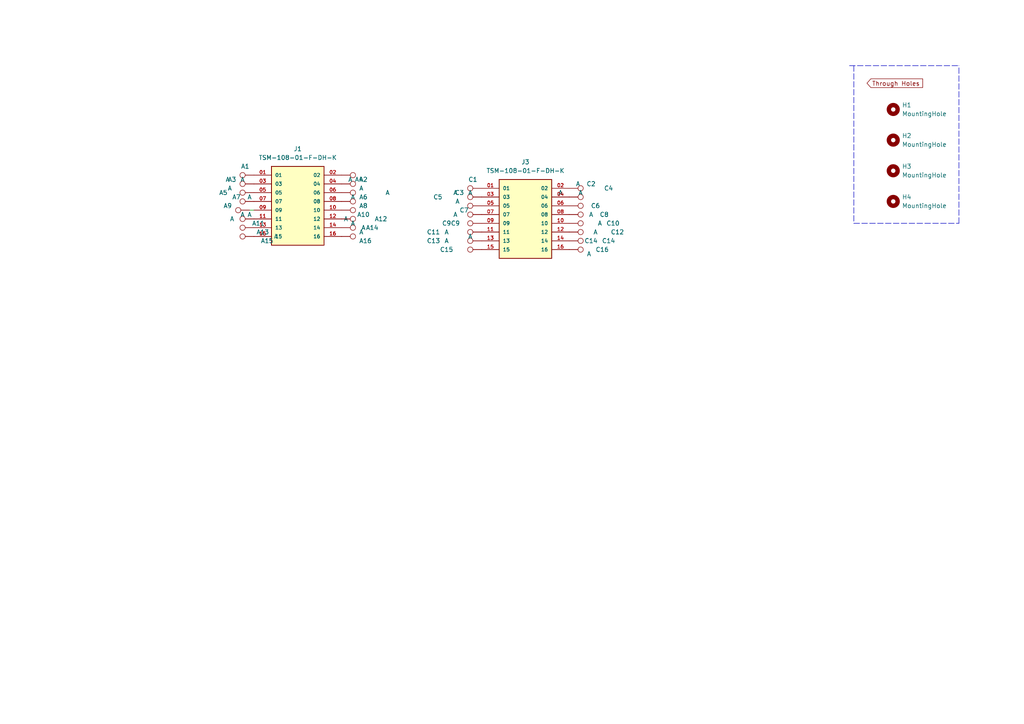
<source format=kicad_sch>
(kicad_sch (version 20211123) (generator eeschema)

  (uuid 1efd9018-8ff5-4ac6-8bfc-bb974f1502ce)

  (paper "A4")

  (title_block
    (title "Test of pads")
    (rev "0.1")
    (company "MIT")
  )

  (lib_symbols
    (symbol "Connector:TestPoint" (pin_numbers hide) (pin_names (offset 0.762) hide) (in_bom yes) (on_board yes)
      (property "Reference" "TP" (id 0) (at 0 6.858 0)
        (effects (font (size 1.27 1.27)))
      )
      (property "Value" "TestPoint" (id 1) (at 0 5.08 0)
        (effects (font (size 1.27 1.27)))
      )
      (property "Footprint" "" (id 2) (at 5.08 0 0)
        (effects (font (size 1.27 1.27)) hide)
      )
      (property "Datasheet" "~" (id 3) (at 5.08 0 0)
        (effects (font (size 1.27 1.27)) hide)
      )
      (property "ki_keywords" "test point tp" (id 4) (at 0 0 0)
        (effects (font (size 1.27 1.27)) hide)
      )
      (property "ki_description" "test point" (id 5) (at 0 0 0)
        (effects (font (size 1.27 1.27)) hide)
      )
      (property "ki_fp_filters" "Pin* Test*" (id 6) (at 0 0 0)
        (effects (font (size 1.27 1.27)) hide)
      )
      (symbol "TestPoint_0_1"
        (circle (center 0 3.302) (radius 0.762)
          (stroke (width 0) (type default) (color 0 0 0 0))
          (fill (type none))
        )
      )
      (symbol "TestPoint_1_1"
        (pin passive line (at 0 0 90) (length 2.54)
          (name "1" (effects (font (size 1.27 1.27))))
          (number "1" (effects (font (size 1.27 1.27))))
        )
      )
    )
    (symbol "CustomPMATSymbols:TSM-108-01-F-DH-K" (pin_names (offset 1.016)) (in_bom yes) (on_board yes)
      (property "Reference" "J" (id 0) (at -8.12 12.7 0)
        (effects (font (size 1.27 1.27)) (justify left bottom))
      )
      (property "Value" "TSM-108-01-F-DH-K" (id 1) (at -7.62 -12.7 0)
        (effects (font (size 1.27 1.27)) (justify left bottom))
      )
      (property "Footprint" "SAMTEC_TSM-108-01-F-DH-K" (id 2) (at 0 0 0)
        (effects (font (size 1.27 1.27)) (justify bottom) hide)
      )
      (property "Datasheet" "" (id 3) (at 0 0 0)
        (effects (font (size 1.27 1.27)) hide)
      )
      (property "PARTREV" "R" (id 4) (at 0 0 0)
        (effects (font (size 1.27 1.27)) (justify bottom) hide)
      )
      (property "MANUFACTURER" "Samtec" (id 5) (at 0 0 0)
        (effects (font (size 1.27 1.27)) (justify bottom) hide)
      )
      (property "STANDARD" "Manufacturer Recommendations" (id 6) (at 0 0 0)
        (effects (font (size 1.27 1.27)) (justify bottom) hide)
      )
      (symbol "TSM-108-01-F-DH-K_0_0"
        (rectangle (start -7.62 -10.16) (end 7.62 12.7)
          (stroke (width 0.254) (type default) (color 0 0 0 0))
          (fill (type background))
        )
        (pin passive line (at -12.7 10.16 0) (length 5.08)
          (name "01" (effects (font (size 1.016 1.016))))
          (number "01" (effects (font (size 1.016 1.016))))
        )
        (pin passive line (at 12.7 10.16 180) (length 5.08)
          (name "02" (effects (font (size 1.016 1.016))))
          (number "02" (effects (font (size 1.016 1.016))))
        )
        (pin passive line (at -12.7 7.62 0) (length 5.08)
          (name "03" (effects (font (size 1.016 1.016))))
          (number "03" (effects (font (size 1.016 1.016))))
        )
        (pin passive line (at 12.7 7.62 180) (length 5.08)
          (name "04" (effects (font (size 1.016 1.016))))
          (number "04" (effects (font (size 1.016 1.016))))
        )
        (pin passive line (at -12.7 5.08 0) (length 5.08)
          (name "05" (effects (font (size 1.016 1.016))))
          (number "05" (effects (font (size 1.016 1.016))))
        )
        (pin passive line (at 12.7 5.08 180) (length 5.08)
          (name "06" (effects (font (size 1.016 1.016))))
          (number "06" (effects (font (size 1.016 1.016))))
        )
        (pin passive line (at -12.7 2.54 0) (length 5.08)
          (name "07" (effects (font (size 1.016 1.016))))
          (number "07" (effects (font (size 1.016 1.016))))
        )
        (pin passive line (at 12.7 2.54 180) (length 5.08)
          (name "08" (effects (font (size 1.016 1.016))))
          (number "08" (effects (font (size 1.016 1.016))))
        )
        (pin passive line (at -12.7 0 0) (length 5.08)
          (name "09" (effects (font (size 1.016 1.016))))
          (number "09" (effects (font (size 1.016 1.016))))
        )
        (pin passive line (at 12.7 0 180) (length 5.08)
          (name "10" (effects (font (size 1.016 1.016))))
          (number "10" (effects (font (size 1.016 1.016))))
        )
        (pin passive line (at -12.7 -2.54 0) (length 5.08)
          (name "11" (effects (font (size 1.016 1.016))))
          (number "11" (effects (font (size 1.016 1.016))))
        )
        (pin passive line (at 12.7 -2.54 180) (length 5.08)
          (name "12" (effects (font (size 1.016 1.016))))
          (number "12" (effects (font (size 1.016 1.016))))
        )
        (pin passive line (at -12.7 -5.08 0) (length 5.08)
          (name "13" (effects (font (size 1.016 1.016))))
          (number "13" (effects (font (size 1.016 1.016))))
        )
        (pin passive line (at 12.7 -5.08 180) (length 5.08)
          (name "14" (effects (font (size 1.016 1.016))))
          (number "14" (effects (font (size 1.016 1.016))))
        )
        (pin passive line (at -12.7 -7.62 0) (length 5.08)
          (name "15" (effects (font (size 1.016 1.016))))
          (number "15" (effects (font (size 1.016 1.016))))
        )
        (pin passive line (at 12.7 -7.62 180) (length 5.08)
          (name "16" (effects (font (size 1.016 1.016))))
          (number "16" (effects (font (size 1.016 1.016))))
        )
      )
    )
    (symbol "Mechanical:MountingHole" (pin_names (offset 1.016)) (in_bom yes) (on_board yes)
      (property "Reference" "H" (id 0) (at 0 5.08 0)
        (effects (font (size 1.27 1.27)))
      )
      (property "Value" "MountingHole" (id 1) (at 0 3.175 0)
        (effects (font (size 1.27 1.27)))
      )
      (property "Footprint" "" (id 2) (at 0 0 0)
        (effects (font (size 1.27 1.27)) hide)
      )
      (property "Datasheet" "~" (id 3) (at 0 0 0)
        (effects (font (size 1.27 1.27)) hide)
      )
      (property "ki_keywords" "mounting hole" (id 4) (at 0 0 0)
        (effects (font (size 1.27 1.27)) hide)
      )
      (property "ki_description" "Mounting Hole without connection" (id 5) (at 0 0 0)
        (effects (font (size 1.27 1.27)) hide)
      )
      (property "ki_fp_filters" "MountingHole*" (id 6) (at 0 0 0)
        (effects (font (size 1.27 1.27)) hide)
      )
      (symbol "MountingHole_0_1"
        (circle (center 0 0) (radius 1.27)
          (stroke (width 1.27) (type default) (color 0 0 0 0))
          (fill (type none))
        )
      )
    )
  )


  (polyline (pts (xy 247.65 64.77) (xy 278.13 64.77))
    (stroke (width 0) (type default) (color 0 0 0 0))
    (uuid 08344269-8386-4fba-8dc8-ea9a55475112)
  )
  (polyline (pts (xy 246.38 19.05) (xy 278.13 19.05))
    (stroke (width 0) (type default) (color 0 0 0 0))
    (uuid 4ddc6220-0413-4282-94b5-4cd0b22e4c03)
  )
  (polyline (pts (xy 278.13 64.77) (xy 278.13 19.05))
    (stroke (width 0) (type default) (color 0 0 0 0))
    (uuid 66b2d423-53f8-4bb7-9c91-7d94efce83fc)
  )

  (wire (pts (xy 72.39 60.96) (xy 73.66 60.96))
    (stroke (width 0) (type default) (color 0 0 0 0))
    (uuid b5d94cde-554e-42cd-a7a2-46f54a198604)
  )
  (polyline (pts (xy 247.65 19.05) (xy 247.65 64.77))
    (stroke (width 0) (type default) (color 0 0 0 0))
    (uuid bf0d8285-a2ad-46bf-9f26-17b6ce5073ae)
  )

  (global_label "Through Holes" (shape input) (at 251.46 24.13 0) (fields_autoplaced)
    (effects (font (size 1.27 1.27)) (justify left))
    (uuid 4bb64175-7f21-459d-81c1-29f5814b8640)
    (property "Intersheet References" "${INTERSHEET_REFS}" (id 0) (at 267.6012 24.0506 0)
      (effects (font (size 1.27 1.27)) (justify left) hide)
    )
  )

  (symbol (lib_id "CustomPMATSymbols:TSM-108-01-F-DH-K") (at 152.4 64.77 0) (unit 1)
    (in_bom yes) (on_board yes) (fields_autoplaced)
    (uuid 06e7b1ea-c953-42d4-a8ee-60133991ceb9)
    (property "Reference" "J3" (id 0) (at 152.4 46.99 0))
    (property "Value" "TSM-108-01-F-DH-K" (id 1) (at 152.4 49.53 0))
    (property "Footprint" "SAMTEC_TSM-108-01-F-DH-K" (id 2) (at 152.4 64.77 0)
      (effects (font (size 1.27 1.27)) (justify bottom) hide)
    )
    (property "Datasheet" "" (id 3) (at 152.4 64.77 0)
      (effects (font (size 1.27 1.27)) hide)
    )
    (property "PARTREV" "R" (id 4) (at 152.4 64.77 0)
      (effects (font (size 1.27 1.27)) (justify bottom) hide)
    )
    (property "MANUFACTURER" "Samtec" (id 5) (at 152.4 64.77 0)
      (effects (font (size 1.27 1.27)) (justify bottom) hide)
    )
    (property "STANDARD" "Manufacturer Recommendations" (id 6) (at 152.4 64.77 0)
      (effects (font (size 1.27 1.27)) (justify bottom) hide)
    )
    (pin "01" (uuid b934412d-e02c-4879-9923-237eb0d32198))
    (pin "02" (uuid efbf9e21-ac56-4606-bd53-752765e2fee5))
    (pin "03" (uuid beb01b68-dd6f-440d-86e4-b41964d2c4b8))
    (pin "04" (uuid c2322d78-65d1-4e5b-9934-1efb14cf9fe1))
    (pin "05" (uuid 4a21554f-2326-47c0-993d-b498468b4d2d))
    (pin "06" (uuid 70b8aef7-9cbb-4d93-b40a-05b8c0fa6e22))
    (pin "07" (uuid acee6b5b-982a-4342-80a1-a04a4827590d))
    (pin "08" (uuid 6cab9f74-331e-4872-8f77-42caf07e4b12))
    (pin "09" (uuid 3b53a423-c9c2-4423-8a20-09e36e90f27b))
    (pin "10" (uuid 83db5fc6-af25-44bb-b8f5-0981345cebfa))
    (pin "11" (uuid d356726c-759c-45d6-aba8-a75d2c50ef39))
    (pin "12" (uuid 5ba419e0-e653-4b87-85d0-6aa8ca928bef))
    (pin "13" (uuid 9c920ced-4956-42fd-ab61-651f5673098f))
    (pin "14" (uuid b6bf68a1-4570-4f31-94f7-c2ae567538d7))
    (pin "15" (uuid 7d43bcfd-6fff-4712-ac45-5785b6282426))
    (pin "16" (uuid 7b271f62-4724-4d4b-a8f4-ed5ed657ae2d))
  )

  (symbol (lib_id "Connector:TestPoint") (at 73.66 53.34 90) (unit 1)
    (in_bom yes) (on_board yes)
    (uuid 0df6a522-d652-4f45-bb50-974926bd5785)
    (property "Reference" "A3" (id 0) (at 68.58 52.0699 90)
      (effects (font (size 1.27 1.27)) (justify left))
    )
    (property "Value" "A" (id 1) (at 67.31 54.61 90)
      (effects (font (size 1.27 1.27)) (justify left))
    )
    (property "Footprint" "CustomPMATLibrary:SolderWirePad_1x01_SMD_1x2mm" (id 2) (at 73.66 48.26 0)
      (effects (font (size 1.27 1.27)) hide)
    )
    (property "Datasheet" "~" (id 3) (at 73.66 48.26 0)
      (effects (font (size 1.27 1.27)) hide)
    )
    (pin "1" (uuid a7145d1c-fd8b-44ad-84e9-662e46ccf53a))
  )

  (symbol (lib_id "Connector:TestPoint") (at 73.66 68.58 90) (unit 1)
    (in_bom yes) (on_board yes)
    (uuid 0e939c2e-01cf-4d98-8f10-f04a816f8795)
    (property "Reference" "A15" (id 0) (at 77.47 69.85 90))
    (property "Value" "A" (id 1) (at 80.01 68.58 90))
    (property "Footprint" "CustomPMATLibrary:SolderWirePad_1x01_SMD_1x2mm" (id 2) (at 73.66 63.5 0)
      (effects (font (size 1.27 1.27)) hide)
    )
    (property "Datasheet" "~" (id 3) (at 73.66 63.5 0)
      (effects (font (size 1.27 1.27)) hide)
    )
    (pin "1" (uuid 131da9fb-0270-4078-ba1f-1436778c8fec))
  )

  (symbol (lib_id "Mechanical:MountingHole") (at 259.08 58.42 0) (unit 1)
    (in_bom yes) (on_board yes) (fields_autoplaced)
    (uuid 1adea700-c60a-44f5-b594-4f0e3da2d913)
    (property "Reference" "H4" (id 0) (at 261.62 57.1499 0)
      (effects (font (size 1.27 1.27)) (justify left))
    )
    (property "Value" "MountingHole" (id 1) (at 261.62 59.6899 0)
      (effects (font (size 1.27 1.27)) (justify left))
    )
    (property "Footprint" "MountingHole:MountingHole_2.2mm_M2" (id 2) (at 259.08 58.42 0)
      (effects (font (size 1.27 1.27)) hide)
    )
    (property "Datasheet" "~" (id 3) (at 259.08 58.42 0)
      (effects (font (size 1.27 1.27)) hide)
    )
  )

  (symbol (lib_id "Connector:TestPoint") (at 139.7 72.39 90) (unit 1)
    (in_bom yes) (on_board yes)
    (uuid 1c7f8e55-25c3-4b02-9b8a-e7e2948ec99c)
    (property "Reference" "C15" (id 0) (at 129.54 72.39 90))
    (property "Value" "A" (id 1) (at 136.398 68.58 90))
    (property "Footprint" "CustomPMATLibrary:SolderWirePad_1x01_SMD_1x2mm" (id 2) (at 139.7 67.31 0)
      (effects (font (size 1.27 1.27)) hide)
    )
    (property "Datasheet" "~" (id 3) (at 139.7 67.31 0)
      (effects (font (size 1.27 1.27)) hide)
    )
    (pin "1" (uuid 877d2ab2-fe44-44a2-acdd-4fe79e0945a8))
  )

  (symbol (lib_id "Connector:TestPoint") (at 72.39 60.96 90) (unit 1)
    (in_bom yes) (on_board yes)
    (uuid 2390201b-f293-427a-8097-0dbada59874b)
    (property "Reference" "A9" (id 0) (at 66.04 59.69 90))
    (property "Value" "A" (id 1) (at 67.31 63.5 90))
    (property "Footprint" "CustomPMATLibrary:SolderWirePad_1x01_SMD_1x2mm" (id 2) (at 72.39 55.88 0)
      (effects (font (size 1.27 1.27)) hide)
    )
    (property "Datasheet" "~" (id 3) (at 72.39 55.88 0)
      (effects (font (size 1.27 1.27)) hide)
    )
    (pin "1" (uuid 7f18b9cf-174a-4b5c-a5f5-1c1c1ffa6bce))
  )

  (symbol (lib_id "Connector:TestPoint") (at 165.1 67.31 270) (mirror x) (unit 1)
    (in_bom yes) (on_board yes)
    (uuid 256c2a42-4dcd-4493-87ed-d4d1d60850b4)
    (property "Reference" "C12" (id 0) (at 179.07 67.31 90))
    (property "Value" "A" (id 1) (at 172.72 67.31 90))
    (property "Footprint" "CustomPMATLibrary:SolderWirePad_1x01_SMD_1x2mm" (id 2) (at 165.1 62.23 0)
      (effects (font (size 1.27 1.27)) hide)
    )
    (property "Datasheet" "~" (id 3) (at 165.1 62.23 0)
      (effects (font (size 1.27 1.27)) hide)
    )
    (pin "1" (uuid 1e34457d-af33-4204-b389-9a25215c3eff))
  )

  (symbol (lib_id "Connector:TestPoint") (at 73.66 66.04 90) (unit 1)
    (in_bom yes) (on_board yes)
    (uuid 2e6603ba-afb7-48cb-8c94-8c1a3a29a63a)
    (property "Reference" "A13" (id 0) (at 76.2 67.31 90))
    (property "Value" "A" (id 1) (at 70.358 62.23 90))
    (property "Footprint" "CustomPMATLibrary:SolderWirePad_1x01_SMD_1x2mm" (id 2) (at 73.66 60.96 0)
      (effects (font (size 1.27 1.27)) hide)
    )
    (property "Datasheet" "~" (id 3) (at 73.66 60.96 0)
      (effects (font (size 1.27 1.27)) hide)
    )
    (pin "1" (uuid b2559116-aa9f-4ebc-a107-6d504a284d0e))
  )

  (symbol (lib_id "Connector:TestPoint") (at 73.66 58.42 90) (unit 1)
    (in_bom yes) (on_board yes)
    (uuid 364a2e40-6c1c-4117-a031-45131e0a199e)
    (property "Reference" "A7" (id 0) (at 68.58 57.15 90))
    (property "Value" "A" (id 1) (at 72.39 57.15 90))
    (property "Footprint" "CustomPMATLibrary:SolderWirePad_1x01_SMD_1x2mm" (id 2) (at 73.66 53.34 0)
      (effects (font (size 1.27 1.27)) hide)
    )
    (property "Datasheet" "~" (id 3) (at 73.66 53.34 0)
      (effects (font (size 1.27 1.27)) hide)
    )
    (pin "1" (uuid 4588a480-8f7e-4c9d-aeb2-010f19aa58c8))
  )

  (symbol (lib_id "Mechanical:MountingHole") (at 259.08 31.75 0) (unit 1)
    (in_bom yes) (on_board yes) (fields_autoplaced)
    (uuid 55696dfd-83c9-441a-b2df-90c81bc4625f)
    (property "Reference" "H1" (id 0) (at 261.62 30.4799 0)
      (effects (font (size 1.27 1.27)) (justify left))
    )
    (property "Value" "MountingHole" (id 1) (at 261.62 33.0199 0)
      (effects (font (size 1.27 1.27)) (justify left))
    )
    (property "Footprint" "MountingHole:MountingHole_2.2mm_M2" (id 2) (at 259.08 31.75 0)
      (effects (font (size 1.27 1.27)) hide)
    )
    (property "Datasheet" "~" (id 3) (at 259.08 31.75 0)
      (effects (font (size 1.27 1.27)) hide)
    )
  )

  (symbol (lib_id "Connector:TestPoint") (at 73.66 55.88 90) (unit 1)
    (in_bom yes) (on_board yes)
    (uuid 5a84461f-a985-445f-be6a-469ef9000645)
    (property "Reference" "A5" (id 0) (at 64.77 55.88 90))
    (property "Value" "A" (id 1) (at 70.358 52.07 90))
    (property "Footprint" "CustomPMATLibrary:SolderWirePad_1x01_SMD_1x2mm" (id 2) (at 73.66 50.8 0)
      (effects (font (size 1.27 1.27)) hide)
    )
    (property "Datasheet" "~" (id 3) (at 73.66 50.8 0)
      (effects (font (size 1.27 1.27)) hide)
    )
    (pin "1" (uuid d4ee30d0-ca5f-431d-b667-318113bae02c))
  )

  (symbol (lib_id "Connector:TestPoint") (at 139.7 54.61 90) (unit 1)
    (in_bom yes) (on_board yes)
    (uuid 62dec468-e22e-48a6-8c7c-7b198010ba6c)
    (property "Reference" "C1" (id 0) (at 137.16 52.07 90))
    (property "Value" "A" (id 1) (at 132.08 55.88 90))
    (property "Footprint" "CustomPMATLibrary:SolderWirePad_1x01_SMD_1x2mm" (id 2) (at 139.7 49.53 0)
      (effects (font (size 1.27 1.27)) hide)
    )
    (property "Datasheet" "~" (id 3) (at 139.7 49.53 0)
      (effects (font (size 1.27 1.27)) hide)
    )
    (pin "1" (uuid dfbd63f1-8d82-4445-a205-9dc055869495))
  )

  (symbol (lib_id "Connector:TestPoint") (at 165.1 62.23 270) (mirror x) (unit 1)
    (in_bom yes) (on_board yes)
    (uuid 63fdecd6-aea4-434a-96bb-e6bb5f03a5a0)
    (property "Reference" "C8" (id 0) (at 175.26 62.23 90))
    (property "Value" "A" (id 1) (at 171.45 62.23 90))
    (property "Footprint" "CustomPMATLibrary:SolderWirePad_1x01_SMD_1x2mm" (id 2) (at 165.1 57.15 0)
      (effects (font (size 1.27 1.27)) hide)
    )
    (property "Datasheet" "~" (id 3) (at 165.1 57.15 0)
      (effects (font (size 1.27 1.27)) hide)
    )
    (pin "1" (uuid 9291de0a-6b90-4280-81d6-f6e72f0b783a))
  )

  (symbol (lib_id "Connector:TestPoint") (at 99.06 50.8 270) (unit 1)
    (in_bom yes) (on_board yes)
    (uuid 72c34a71-2304-48e5-b75d-f0dc49083703)
    (property "Reference" "A2" (id 0) (at 105.41 52.07 90))
    (property "Value" "A" (id 1) (at 101.6 52.07 90))
    (property "Footprint" "CustomPMATLibrary:SolderWirePad_1x01_SMD_1x2mm" (id 2) (at 99.06 55.88 0)
      (effects (font (size 1.27 1.27)) hide)
    )
    (property "Datasheet" "~" (id 3) (at 99.06 55.88 0)
      (effects (font (size 1.27 1.27)) hide)
    )
    (pin "1" (uuid cb7c5a54-bec2-457b-9a8d-e74278a1f449))
  )

  (symbol (lib_id "Connector:TestPoint") (at 139.7 59.69 90) (unit 1)
    (in_bom yes) (on_board yes)
    (uuid 78183cf0-4643-427e-9cb1-69daaf81f264)
    (property "Reference" "C5" (id 0) (at 127 57.15 90))
    (property "Value" "A" (id 1) (at 136.398 55.88 90))
    (property "Footprint" "CustomPMATLibrary:SolderWirePad_1x01_SMD_1x2mm" (id 2) (at 139.7 54.61 0)
      (effects (font (size 1.27 1.27)) hide)
    )
    (property "Datasheet" "~" (id 3) (at 139.7 54.61 0)
      (effects (font (size 1.27 1.27)) hide)
    )
    (pin "1" (uuid fefd0a65-f766-479d-a8f1-50bcadb65aa0))
  )

  (symbol (lib_id "Connector:TestPoint") (at 165.1 64.77 270) (mirror x) (unit 1)
    (in_bom yes) (on_board yes)
    (uuid 7e3224d9-5251-43aa-9b37-5a18cfd5ef3c)
    (property "Reference" "C10" (id 0) (at 177.8 64.77 90))
    (property "Value" "A" (id 1) (at 173.99 64.77 90))
    (property "Footprint" "CustomPMATLibrary:SolderWirePad_1x01_SMD_1x2mm" (id 2) (at 165.1 59.69 0)
      (effects (font (size 1.27 1.27)) hide)
    )
    (property "Datasheet" "~" (id 3) (at 165.1 59.69 0)
      (effects (font (size 1.27 1.27)) hide)
    )
    (pin "1" (uuid fd113dc7-8fd9-4ce2-9a36-133204e4e340))
  )

  (symbol (lib_id "Connector:TestPoint") (at 99.06 53.34 270) (unit 1)
    (in_bom yes) (on_board yes)
    (uuid 7f110133-36f0-4aa3-a22b-088a6996c740)
    (property "Reference" "A4" (id 0) (at 104.14 52.07 90))
    (property "Value" "A" (id 1) (at 102.362 57.15 90))
    (property "Footprint" "CustomPMATLibrary:SolderWirePad_1x01_SMD_1x2mm" (id 2) (at 99.06 58.42 0)
      (effects (font (size 1.27 1.27)) hide)
    )
    (property "Datasheet" "~" (id 3) (at 99.06 58.42 0)
      (effects (font (size 1.27 1.27)) hide)
    )
    (pin "1" (uuid a5852255-b430-4666-a2fb-ef63b489e129))
  )

  (symbol (lib_id "CustomPMATSymbols:TSM-108-01-F-DH-K") (at 86.36 60.96 0) (unit 1)
    (in_bom yes) (on_board yes) (fields_autoplaced)
    (uuid 80c5d7ce-089c-4a07-b649-5573e950c18e)
    (property "Reference" "J1" (id 0) (at 86.36 43.18 0))
    (property "Value" "TSM-108-01-F-DH-K" (id 1) (at 86.36 45.72 0))
    (property "Footprint" "SAMTEC_TSM-108-01-F-DH-K" (id 2) (at 86.36 60.96 0)
      (effects (font (size 1.27 1.27)) (justify bottom) hide)
    )
    (property "Datasheet" "" (id 3) (at 86.36 60.96 0)
      (effects (font (size 1.27 1.27)) hide)
    )
    (property "PARTREV" "R" (id 4) (at 86.36 60.96 0)
      (effects (font (size 1.27 1.27)) (justify bottom) hide)
    )
    (property "MANUFACTURER" "Samtec" (id 5) (at 86.36 60.96 0)
      (effects (font (size 1.27 1.27)) (justify bottom) hide)
    )
    (property "STANDARD" "Manufacturer Recommendations" (id 6) (at 86.36 60.96 0)
      (effects (font (size 1.27 1.27)) (justify bottom) hide)
    )
    (pin "01" (uuid 259dde27-1757-4f5c-ae64-1c66e3a61d92))
    (pin "02" (uuid 01553bf1-bef1-4973-bbd5-7d20eac2b32b))
    (pin "03" (uuid bec0ad08-d09c-481c-a19c-5dccdbdb2eab))
    (pin "04" (uuid 64d6768e-aa36-497a-b516-890c6170df7f))
    (pin "05" (uuid e91389be-606a-4cad-ba32-7f8f3c8f318c))
    (pin "06" (uuid b921c713-5580-4a75-bb45-3c72d63ab264))
    (pin "07" (uuid 84b8b41a-0e16-45ae-8e16-f60428dcb6ab))
    (pin "08" (uuid e6cdb5c5-3f21-4a49-8839-37844eca9455))
    (pin "09" (uuid 079eeb3e-f806-44dc-89f6-0fac2a187697))
    (pin "10" (uuid fe8473c8-a9a6-4c76-b7ae-34e14ff14ef3))
    (pin "11" (uuid 4ad26ff6-d1e2-49ac-816c-f6e7c4dec604))
    (pin "12" (uuid 6cfe7606-d14d-48c8-9f73-aeff64f7c043))
    (pin "13" (uuid 812a76cb-a9e8-4cec-a641-240f71a6184c))
    (pin "14" (uuid ea9a72b0-ca36-4678-adf4-bc3e479937e1))
    (pin "15" (uuid 559aa5d0-9bf1-4266-9bfc-90e2dee91fae))
    (pin "16" (uuid 7629aa6b-9fe0-4947-ad9d-3cc48c7ff26a))
  )

  (symbol (lib_id "Mechanical:MountingHole") (at 259.08 49.53 0) (unit 1)
    (in_bom yes) (on_board yes) (fields_autoplaced)
    (uuid 8f81db4b-ad4e-4a50-969b-5d88b92eaf52)
    (property "Reference" "H3" (id 0) (at 261.62 48.2599 0)
      (effects (font (size 1.27 1.27)) (justify left))
    )
    (property "Value" "MountingHole" (id 1) (at 261.62 50.7999 0)
      (effects (font (size 1.27 1.27)) (justify left))
    )
    (property "Footprint" "MountingHole:MountingHole_2.2mm_M2" (id 2) (at 259.08 49.53 0)
      (effects (font (size 1.27 1.27)) hide)
    )
    (property "Datasheet" "~" (id 3) (at 259.08 49.53 0)
      (effects (font (size 1.27 1.27)) hide)
    )
  )

  (symbol (lib_id "Connector:TestPoint") (at 99.06 55.88 270) (unit 1)
    (in_bom yes) (on_board yes) (fields_autoplaced)
    (uuid 90056d3e-7b0f-4500-aabc-c36c2a5e1e4f)
    (property "Reference" "A6" (id 0) (at 104.14 57.1501 90)
      (effects (font (size 1.27 1.27)) (justify left))
    )
    (property "Value" "A" (id 1) (at 104.14 54.6101 90)
      (effects (font (size 1.27 1.27)) (justify left))
    )
    (property "Footprint" "CustomPMATLibrary:SolderWirePad_1x01_SMD_1x2mm" (id 2) (at 99.06 60.96 0)
      (effects (font (size 1.27 1.27)) hide)
    )
    (property "Datasheet" "~" (id 3) (at 99.06 60.96 0)
      (effects (font (size 1.27 1.27)) hide)
    )
    (pin "1" (uuid 3199204a-dbfb-4777-95f8-e92a21a631b5))
  )

  (symbol (lib_id "Connector:TestPoint") (at 139.7 57.15 90) (unit 1)
    (in_bom yes) (on_board yes)
    (uuid 944305d3-0b65-4bcf-9f93-1974fa000356)
    (property "Reference" "C3" (id 0) (at 134.62 55.8799 90)
      (effects (font (size 1.27 1.27)) (justify left))
    )
    (property "Value" "A" (id 1) (at 133.35 58.42 90)
      (effects (font (size 1.27 1.27)) (justify left))
    )
    (property "Footprint" "CustomPMATLibrary:SolderWirePad_1x01_SMD_1x2mm" (id 2) (at 139.7 52.07 0)
      (effects (font (size 1.27 1.27)) hide)
    )
    (property "Datasheet" "~" (id 3) (at 139.7 52.07 0)
      (effects (font (size 1.27 1.27)) hide)
    )
    (pin "1" (uuid 406103e6-07ad-4944-a923-fbce5a0e5100))
  )

  (symbol (lib_id "Connector:TestPoint") (at 139.7 62.23 90) (unit 1)
    (in_bom yes) (on_board yes)
    (uuid a8d8ee59-6e99-4607-817c-c57d8bbd6922)
    (property "Reference" "C7" (id 0) (at 134.62 60.96 90))
    (property "Value" "A" (id 1) (at 132.08 62.23 90))
    (property "Footprint" "CustomPMATLibrary:SolderWirePad_1x01_SMD_1x2mm" (id 2) (at 139.7 57.15 0)
      (effects (font (size 1.27 1.27)) hide)
    )
    (property "Datasheet" "~" (id 3) (at 139.7 57.15 0)
      (effects (font (size 1.27 1.27)) hide)
    )
    (pin "1" (uuid 40978e91-e44d-4fed-a9b3-f2bd46bacd90))
  )

  (symbol (lib_id "Connector:TestPoint") (at 73.66 50.8 90) (unit 1)
    (in_bom yes) (on_board yes)
    (uuid a928c313-3c7b-443f-945a-33d424f7880e)
    (property "Reference" "A1" (id 0) (at 71.12 48.26 90))
    (property "Value" "A" (id 1) (at 66.04 52.07 90))
    (property "Footprint" "CustomPMATLibrary:SolderWirePad_1x01_SMD_1x2mm" (id 2) (at 73.66 45.72 0)
      (effects (font (size 1.27 1.27)) hide)
    )
    (property "Datasheet" "~" (id 3) (at 73.66 45.72 0)
      (effects (font (size 1.27 1.27)) hide)
    )
    (pin "1" (uuid 04383df8-4164-411b-8b39-6ed39ffe4d32))
  )

  (symbol (lib_id "Connector:TestPoint") (at 99.06 68.58 270) (unit 1)
    (in_bom yes) (on_board yes) (fields_autoplaced)
    (uuid a92e452b-24eb-485f-b2f6-678161ebf5d1)
    (property "Reference" "A16" (id 0) (at 104.14 69.8501 90)
      (effects (font (size 1.27 1.27)) (justify left))
    )
    (property "Value" "A" (id 1) (at 104.14 67.3101 90)
      (effects (font (size 1.27 1.27)) (justify left))
    )
    (property "Footprint" "CustomPMATLibrary:SolderWirePad_1x01_SMD_1x2mm" (id 2) (at 99.06 73.66 0)
      (effects (font (size 1.27 1.27)) hide)
    )
    (property "Datasheet" "~" (id 3) (at 99.06 73.66 0)
      (effects (font (size 1.27 1.27)) hide)
    )
    (pin "1" (uuid 3579542a-e7aa-47c7-bc4a-5bd2731980fb))
  )

  (symbol (lib_id "Connector:TestPoint") (at 139.7 69.85 90) (unit 1)
    (in_bom yes) (on_board yes)
    (uuid aa1a1918-92eb-4dc1-9c00-16b1d321825d)
    (property "Reference" "C13" (id 0) (at 125.73 69.85 90))
    (property "Value" "A" (id 1) (at 129.54 69.85 90))
    (property "Footprint" "CustomPMATLibrary:SolderWirePad_1x01_SMD_1x2mm" (id 2) (at 139.7 64.77 0)
      (effects (font (size 1.27 1.27)) hide)
    )
    (property "Datasheet" "~" (id 3) (at 139.7 64.77 0)
      (effects (font (size 1.27 1.27)) hide)
    )
    (pin "1" (uuid 12c66444-1e1e-4748-b974-506dd6ff167f))
  )

  (symbol (lib_id "Connector:TestPoint") (at 99.06 66.04 270) (unit 1)
    (in_bom yes) (on_board yes)
    (uuid aae60f45-c52d-4552-b0d2-c87f1ed498f1)
    (property "Reference" "A14" (id 0) (at 107.95 66.04 90))
    (property "Value" "A" (id 1) (at 105.41 66.04 90))
    (property "Footprint" "CustomPMATLibrary:SolderWirePad_1x01_SMD_1x2mm" (id 2) (at 99.06 71.12 0)
      (effects (font (size 1.27 1.27)) hide)
    )
    (property "Datasheet" "~" (id 3) (at 99.06 71.12 0)
      (effects (font (size 1.27 1.27)) hide)
    )
    (pin "1" (uuid b2283146-5e62-4fef-a808-3e286354a7f5))
  )

  (symbol (lib_id "Mechanical:MountingHole") (at 259.08 40.64 0) (unit 1)
    (in_bom yes) (on_board yes) (fields_autoplaced)
    (uuid ab12bac4-02ac-4df1-a670-2967ccf0aebd)
    (property "Reference" "H2" (id 0) (at 261.62 39.3699 0)
      (effects (font (size 1.27 1.27)) (justify left))
    )
    (property "Value" "MountingHole" (id 1) (at 261.62 41.9099 0)
      (effects (font (size 1.27 1.27)) (justify left))
    )
    (property "Footprint" "MountingHole:MountingHole_2.2mm_M2" (id 2) (at 259.08 40.64 0)
      (effects (font (size 1.27 1.27)) hide)
    )
    (property "Datasheet" "~" (id 3) (at 259.08 40.64 0)
      (effects (font (size 1.27 1.27)) hide)
    )
  )

  (symbol (lib_id "Connector:TestPoint") (at 99.06 58.42 270) (unit 1)
    (in_bom yes) (on_board yes)
    (uuid aee93b15-f11c-4e4a-9c57-1932dcb09a92)
    (property "Reference" "A8" (id 0) (at 104.14 59.6901 90)
      (effects (font (size 1.27 1.27)) (justify left))
    )
    (property "Value" "A" (id 1) (at 111.76 55.8801 90)
      (effects (font (size 1.27 1.27)) (justify left))
    )
    (property "Footprint" "CustomPMATLibrary:SolderWirePad_1x01_SMD_1x2mm" (id 2) (at 99.06 63.5 0)
      (effects (font (size 1.27 1.27)) hide)
    )
    (property "Datasheet" "~" (id 3) (at 99.06 63.5 0)
      (effects (font (size 1.27 1.27)) hide)
    )
    (pin "1" (uuid 6241ecc3-3f80-4b99-b7d1-07130e910701))
  )

  (symbol (lib_id "Connector:TestPoint") (at 139.7 67.31 90) (unit 1)
    (in_bom yes) (on_board yes)
    (uuid b9d33561-1be6-4562-b057-e181f03363ee)
    (property "Reference" "C11" (id 0) (at 125.73 67.31 90))
    (property "Value" "A" (id 1) (at 129.54 67.31 90))
    (property "Footprint" "CustomPMATLibrary:SolderWirePad_1x01_SMD_1x2mm" (id 2) (at 139.7 62.23 0)
      (effects (font (size 1.27 1.27)) hide)
    )
    (property "Datasheet" "~" (id 3) (at 139.7 62.23 0)
      (effects (font (size 1.27 1.27)) hide)
    )
    (pin "1" (uuid c12c0bdb-8a4a-473d-b394-b89468ee882e))
  )

  (symbol (lib_id "Connector:TestPoint") (at 165.1 57.15 270) (mirror x) (unit 1)
    (in_bom yes) (on_board yes)
    (uuid c99371e7-9ed9-43f4-ba1c-44a1b442dc3c)
    (property "Reference" "C4" (id 0) (at 176.53 54.61 90))
    (property "Value" "A" (id 1) (at 162.56 55.88 90))
    (property "Footprint" "CustomPMATLibrary:SolderWirePad_1x01_SMD_1x2mm" (id 2) (at 165.1 52.07 0)
      (effects (font (size 1.27 1.27)) hide)
    )
    (property "Datasheet" "~" (id 3) (at 165.1 52.07 0)
      (effects (font (size 1.27 1.27)) hide)
    )
    (pin "1" (uuid d51ff0a7-59ac-4bfb-b005-24de3f5e9975))
  )

  (symbol (lib_id "Connector:TestPoint") (at 139.7 64.77 90) (unit 1)
    (in_bom yes) (on_board yes)
    (uuid cb070e3f-a351-4540-b085-a7f437567709)
    (property "Reference" "C9" (id 0) (at 132.08 64.77 90))
    (property "Value" "C9" (id 1) (at 129.54 64.77 90))
    (property "Footprint" "CustomPMATLibrary:SolderWirePad_1x01_SMD_1x2mm" (id 2) (at 139.7 59.69 0)
      (effects (font (size 1.27 1.27)) hide)
    )
    (property "Datasheet" "~" (id 3) (at 139.7 59.69 0)
      (effects (font (size 1.27 1.27)) hide)
    )
    (pin "1" (uuid 86dcf8e3-82d6-40a4-91fc-add63fdc16ba))
  )

  (symbol (lib_id "Connector:TestPoint") (at 99.06 63.5 270) (unit 1)
    (in_bom yes) (on_board yes)
    (uuid d61f4586-0257-43d0-aae9-5ebfcd852987)
    (property "Reference" "A12" (id 0) (at 110.49 63.5 90))
    (property "Value" "A" (id 1) (at 100.33 63.5 90))
    (property "Footprint" "CustomPMATLibrary:SolderWirePad_1x01_SMD_1x2mm" (id 2) (at 99.06 68.58 0)
      (effects (font (size 1.27 1.27)) hide)
    )
    (property "Datasheet" "~" (id 3) (at 99.06 68.58 0)
      (effects (font (size 1.27 1.27)) hide)
    )
    (pin "1" (uuid 960c884c-6b62-4ec5-91cf-7d3d3d680fb6))
  )

  (symbol (lib_id "Connector:TestPoint") (at 165.1 54.61 270) (mirror x) (unit 1)
    (in_bom yes) (on_board yes)
    (uuid d7419259-d36b-4cd9-a145-3a018e9d4507)
    (property "Reference" "C2" (id 0) (at 171.45 53.34 90))
    (property "Value" "A" (id 1) (at 167.64 53.34 90))
    (property "Footprint" "CustomPMATLibrary:SolderWirePad_1x01_SMD_1x2mm" (id 2) (at 165.1 49.53 0)
      (effects (font (size 1.27 1.27)) hide)
    )
    (property "Datasheet" "~" (id 3) (at 165.1 49.53 0)
      (effects (font (size 1.27 1.27)) hide)
    )
    (pin "1" (uuid 731b211c-33b0-43b6-98d0-7085b4316faa))
  )

  (symbol (lib_id "Connector:TestPoint") (at 73.66 63.5 90) (unit 1)
    (in_bom yes) (on_board yes)
    (uuid d7b6e7c8-3b41-4f43-972f-758d0e0afe3c)
    (property "Reference" "A11" (id 0) (at 74.93 64.77 90))
    (property "Value" "A" (id 1) (at 72.39 62.23 90))
    (property "Footprint" "CustomPMATLibrary:SolderWirePad_1x01_SMD_1x2mm" (id 2) (at 73.66 58.42 0)
      (effects (font (size 1.27 1.27)) hide)
    )
    (property "Datasheet" "~" (id 3) (at 73.66 58.42 0)
      (effects (font (size 1.27 1.27)) hide)
    )
    (pin "1" (uuid 23945ddb-ac4e-4431-8245-ade2c87cde15))
  )

  (symbol (lib_id "Connector:TestPoint") (at 165.1 69.85 270) (mirror x) (unit 1)
    (in_bom yes) (on_board yes)
    (uuid e41aa17d-2e87-4455-86f8-bfc893c0eaa9)
    (property "Reference" "C14" (id 0) (at 171.45 69.85 90))
    (property "Value" "C14" (id 1) (at 176.53 69.85 90))
    (property "Footprint" "CustomPMATLibrary:SolderWirePad_1x01_SMD_1x2mm" (id 2) (at 165.1 64.77 0)
      (effects (font (size 1.27 1.27)) hide)
    )
    (property "Datasheet" "~" (id 3) (at 165.1 64.77 0)
      (effects (font (size 1.27 1.27)) hide)
    )
    (pin "1" (uuid c8055e98-a6b1-415d-a176-26b973b6b17b))
  )

  (symbol (lib_id "Connector:TestPoint") (at 99.06 60.96 270) (unit 1)
    (in_bom yes) (on_board yes)
    (uuid ebda9d4d-a491-4169-b7c9-dc5646a531bc)
    (property "Reference" "A10" (id 0) (at 105.41 62.23 90))
    (property "Value" "A" (id 1) (at 102.362 64.77 90))
    (property "Footprint" "CustomPMATLibrary:SolderWirePad_1x01_SMD_1x2mm" (id 2) (at 99.06 66.04 0)
      (effects (font (size 1.27 1.27)) hide)
    )
    (property "Datasheet" "~" (id 3) (at 99.06 66.04 0)
      (effects (font (size 1.27 1.27)) hide)
    )
    (pin "1" (uuid c1476740-81b0-4a0a-90f8-232177c23c29))
  )

  (symbol (lib_id "Connector:TestPoint") (at 165.1 72.39 270) (mirror x) (unit 1)
    (in_bom yes) (on_board yes)
    (uuid f58e1f4d-6743-40e4-8ceb-f04bf65f5981)
    (property "Reference" "C16" (id 0) (at 172.72 72.39 90)
      (effects (font (size 1.27 1.27)) (justify left))
    )
    (property "Value" "A" (id 1) (at 170.18 73.6599 90)
      (effects (font (size 1.27 1.27)) (justify left))
    )
    (property "Footprint" "CustomPMATLibrary:SolderWirePad_1x01_SMD_1x2mm" (id 2) (at 165.1 67.31 0)
      (effects (font (size 1.27 1.27)) hide)
    )
    (property "Datasheet" "~" (id 3) (at 165.1 67.31 0)
      (effects (font (size 1.27 1.27)) hide)
    )
    (pin "1" (uuid 440a69e9-ee20-49f5-9c48-cf76d44f506f))
  )

  (symbol (lib_id "Connector:TestPoint") (at 165.1 59.69 270) (mirror x) (unit 1)
    (in_bom yes) (on_board yes)
    (uuid fa0955cc-3398-4765-9dd7-63702af52954)
    (property "Reference" "C6" (id 0) (at 172.72 59.69 90))
    (property "Value" "A" (id 1) (at 168.402 55.88 90))
    (property "Footprint" "CustomPMATLibrary:SolderWirePad_1x01_SMD_1x2mm" (id 2) (at 165.1 54.61 0)
      (effects (font (size 1.27 1.27)) hide)
    )
    (property "Datasheet" "~" (id 3) (at 165.1 54.61 0)
      (effects (font (size 1.27 1.27)) hide)
    )
    (pin "1" (uuid 23ffc155-082c-46a8-ad1c-84f2ceab282c))
  )

  (sheet_instances
    (path "/" (page "1"))
  )

  (symbol_instances
    (path "/a928c313-3c7b-443f-945a-33d424f7880e"
      (reference "A1") (unit 1) (value "A") (footprint "CustomPMATLibrary:SolderWirePad_1x01_SMD_1x2mm")
    )
    (path "/72c34a71-2304-48e5-b75d-f0dc49083703"
      (reference "A2") (unit 1) (value "A") (footprint "CustomPMATLibrary:SolderWirePad_1x01_SMD_1x2mm")
    )
    (path "/0df6a522-d652-4f45-bb50-974926bd5785"
      (reference "A3") (unit 1) (value "A") (footprint "CustomPMATLibrary:SolderWirePad_1x01_SMD_1x2mm")
    )
    (path "/7f110133-36f0-4aa3-a22b-088a6996c740"
      (reference "A4") (unit 1) (value "A") (footprint "CustomPMATLibrary:SolderWirePad_1x01_SMD_1x2mm")
    )
    (path "/5a84461f-a985-445f-be6a-469ef9000645"
      (reference "A5") (unit 1) (value "A") (footprint "CustomPMATLibrary:SolderWirePad_1x01_SMD_1x2mm")
    )
    (path "/90056d3e-7b0f-4500-aabc-c36c2a5e1e4f"
      (reference "A6") (unit 1) (value "A") (footprint "CustomPMATLibrary:SolderWirePad_1x01_SMD_1x2mm")
    )
    (path "/364a2e40-6c1c-4117-a031-45131e0a199e"
      (reference "A7") (unit 1) (value "A") (footprint "CustomPMATLibrary:SolderWirePad_1x01_SMD_1x2mm")
    )
    (path "/aee93b15-f11c-4e4a-9c57-1932dcb09a92"
      (reference "A8") (unit 1) (value "A") (footprint "CustomPMATLibrary:SolderWirePad_1x01_SMD_1x2mm")
    )
    (path "/2390201b-f293-427a-8097-0dbada59874b"
      (reference "A9") (unit 1) (value "A") (footprint "CustomPMATLibrary:SolderWirePad_1x01_SMD_1x2mm")
    )
    (path "/ebda9d4d-a491-4169-b7c9-dc5646a531bc"
      (reference "A10") (unit 1) (value "A") (footprint "CustomPMATLibrary:SolderWirePad_1x01_SMD_1x2mm")
    )
    (path "/d7b6e7c8-3b41-4f43-972f-758d0e0afe3c"
      (reference "A11") (unit 1) (value "A") (footprint "CustomPMATLibrary:SolderWirePad_1x01_SMD_1x2mm")
    )
    (path "/d61f4586-0257-43d0-aae9-5ebfcd852987"
      (reference "A12") (unit 1) (value "A") (footprint "CustomPMATLibrary:SolderWirePad_1x01_SMD_1x2mm")
    )
    (path "/2e6603ba-afb7-48cb-8c94-8c1a3a29a63a"
      (reference "A13") (unit 1) (value "A") (footprint "CustomPMATLibrary:SolderWirePad_1x01_SMD_1x2mm")
    )
    (path "/aae60f45-c52d-4552-b0d2-c87f1ed498f1"
      (reference "A14") (unit 1) (value "A") (footprint "CustomPMATLibrary:SolderWirePad_1x01_SMD_1x2mm")
    )
    (path "/0e939c2e-01cf-4d98-8f10-f04a816f8795"
      (reference "A15") (unit 1) (value "A") (footprint "CustomPMATLibrary:SolderWirePad_1x01_SMD_1x2mm")
    )
    (path "/a92e452b-24eb-485f-b2f6-678161ebf5d1"
      (reference "A16") (unit 1) (value "A") (footprint "CustomPMATLibrary:SolderWirePad_1x01_SMD_1x2mm")
    )
    (path "/62dec468-e22e-48a6-8c7c-7b198010ba6c"
      (reference "C1") (unit 1) (value "A") (footprint "CustomPMATLibrary:SolderWirePad_1x01_SMD_1x2mm")
    )
    (path "/d7419259-d36b-4cd9-a145-3a018e9d4507"
      (reference "C2") (unit 1) (value "A") (footprint "CustomPMATLibrary:SolderWirePad_1x01_SMD_1x2mm")
    )
    (path "/944305d3-0b65-4bcf-9f93-1974fa000356"
      (reference "C3") (unit 1) (value "A") (footprint "CustomPMATLibrary:SolderWirePad_1x01_SMD_1x2mm")
    )
    (path "/c99371e7-9ed9-43f4-ba1c-44a1b442dc3c"
      (reference "C4") (unit 1) (value "A") (footprint "CustomPMATLibrary:SolderWirePad_1x01_SMD_1x2mm")
    )
    (path "/78183cf0-4643-427e-9cb1-69daaf81f264"
      (reference "C5") (unit 1) (value "A") (footprint "CustomPMATLibrary:SolderWirePad_1x01_SMD_1x2mm")
    )
    (path "/fa0955cc-3398-4765-9dd7-63702af52954"
      (reference "C6") (unit 1) (value "A") (footprint "CustomPMATLibrary:SolderWirePad_1x01_SMD_1x2mm")
    )
    (path "/a8d8ee59-6e99-4607-817c-c57d8bbd6922"
      (reference "C7") (unit 1) (value "A") (footprint "CustomPMATLibrary:SolderWirePad_1x01_SMD_1x2mm")
    )
    (path "/63fdecd6-aea4-434a-96bb-e6bb5f03a5a0"
      (reference "C8") (unit 1) (value "A") (footprint "CustomPMATLibrary:SolderWirePad_1x01_SMD_1x2mm")
    )
    (path "/cb070e3f-a351-4540-b085-a7f437567709"
      (reference "C9") (unit 1) (value "C9") (footprint "CustomPMATLibrary:SolderWirePad_1x01_SMD_1x2mm")
    )
    (path "/7e3224d9-5251-43aa-9b37-5a18cfd5ef3c"
      (reference "C10") (unit 1) (value "A") (footprint "CustomPMATLibrary:SolderWirePad_1x01_SMD_1x2mm")
    )
    (path "/b9d33561-1be6-4562-b057-e181f03363ee"
      (reference "C11") (unit 1) (value "A") (footprint "CustomPMATLibrary:SolderWirePad_1x01_SMD_1x2mm")
    )
    (path "/256c2a42-4dcd-4493-87ed-d4d1d60850b4"
      (reference "C12") (unit 1) (value "A") (footprint "CustomPMATLibrary:SolderWirePad_1x01_SMD_1x2mm")
    )
    (path "/aa1a1918-92eb-4dc1-9c00-16b1d321825d"
      (reference "C13") (unit 1) (value "A") (footprint "CustomPMATLibrary:SolderWirePad_1x01_SMD_1x2mm")
    )
    (path "/e41aa17d-2e87-4455-86f8-bfc893c0eaa9"
      (reference "C14") (unit 1) (value "C14") (footprint "CustomPMATLibrary:SolderWirePad_1x01_SMD_1x2mm")
    )
    (path "/1c7f8e55-25c3-4b02-9b8a-e7e2948ec99c"
      (reference "C15") (unit 1) (value "A") (footprint "CustomPMATLibrary:SolderWirePad_1x01_SMD_1x2mm")
    )
    (path "/f58e1f4d-6743-40e4-8ceb-f04bf65f5981"
      (reference "C16") (unit 1) (value "A") (footprint "CustomPMATLibrary:SolderWirePad_1x01_SMD_1x2mm")
    )
    (path "/55696dfd-83c9-441a-b2df-90c81bc4625f"
      (reference "H1") (unit 1) (value "MountingHole") (footprint "MountingHole:MountingHole_2.2mm_M2")
    )
    (path "/ab12bac4-02ac-4df1-a670-2967ccf0aebd"
      (reference "H2") (unit 1) (value "MountingHole") (footprint "MountingHole:MountingHole_2.2mm_M2")
    )
    (path "/8f81db4b-ad4e-4a50-969b-5d88b92eaf52"
      (reference "H3") (unit 1) (value "MountingHole") (footprint "MountingHole:MountingHole_2.2mm_M2")
    )
    (path "/1adea700-c60a-44f5-b594-4f0e3da2d913"
      (reference "H4") (unit 1) (value "MountingHole") (footprint "MountingHole:MountingHole_2.2mm_M2")
    )
    (path "/80c5d7ce-089c-4a07-b649-5573e950c18e"
      (reference "J1") (unit 1) (value "TSM-108-01-F-DH-K") (footprint "SAMTEC_TSM-108-01-F-DH-K")
    )
    (path "/06e7b1ea-c953-42d4-a8ee-60133991ceb9"
      (reference "J3") (unit 1) (value "TSM-108-01-F-DH-K") (footprint "SAMTEC_TSM-108-01-F-DH-K")
    )
  )
)

</source>
